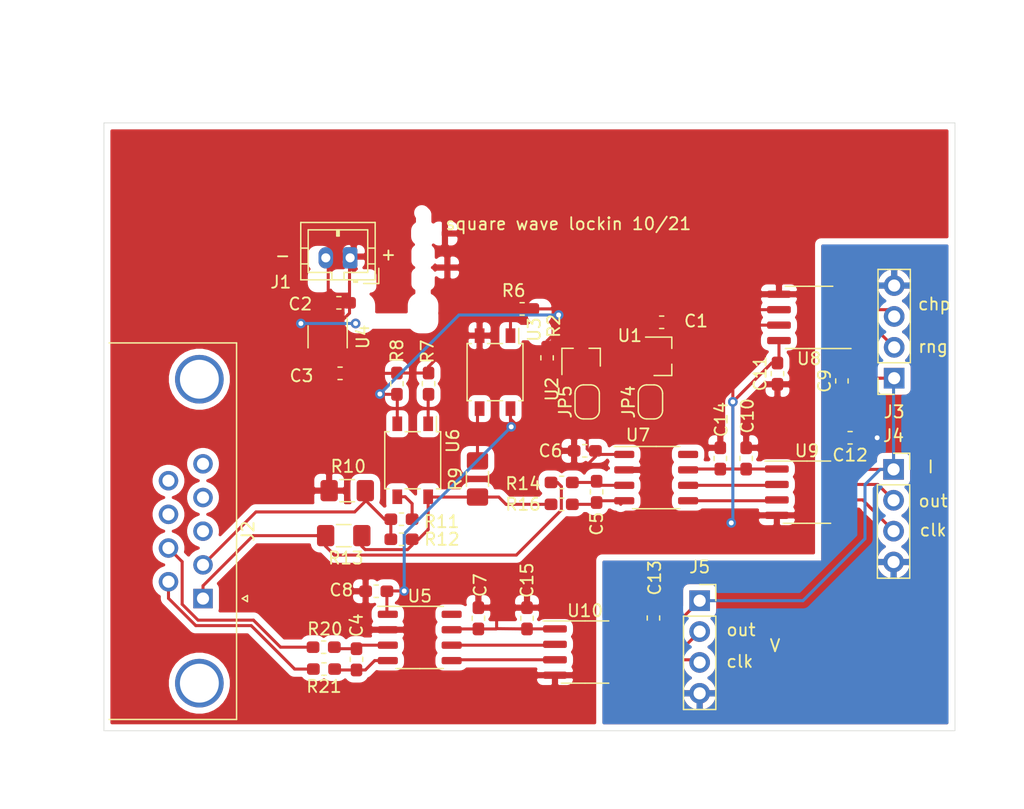
<source format=kicad_pcb>
(kicad_pcb (version 20171130) (host pcbnew "(5.1.5-0)")
  (layers (0 F.Cu signal) (31 B.Cu signal) (34 B.Paste user) (35 F.Paste user) (36 B.SilkS user) (37 F.SilkS user) (38 B.Mask user) (39 F.Mask user) (44 Edge.Cuts user))
  (net 0 "")
  (net 1 GND)
  (net 2 +3V3)
  (net 3 "Net-(C2-Pad1)")
  (net 4 "Net-(C4-Pad2)")
  (net 5 "Net-(C4-Pad1)")
  (net 6 "Net-(C5-Pad2)")
  (net 7 "Net-(C5-Pad1)")
  (net 8 "Net-(J3-Pad2)")
  (net 9 "Net-(JP4-Pad2)")
  (net 10 /vref)
  (net 11 "Net-(JP5-Pad2)")
  (net 12 "Net-(R6-Pad2)")
  (net 13 /sig)
  (net 14 "Net-(R11-Pad1)")
  (net 15 "Net-(R12-Pad1)")
  (net 16 +3.3VP)
  (net 17 "Net-(R6-Pad1)")
  (net 18 "Net-(R7-Pad1)")
  (net 19 /range_toggle)
  (net 20 /I-)
  (net 21 /I+)
  (net 22 /V+)
  (net 23 /V-)
  (net 24 "Net-(U4-Pad4)")
  (net 25 "Net-(U5-Pad8)")
  (net 26 "Net-(U10-Pad2)")
  (net 27 "Net-(U10-Pad3)")
  (net 28 "Net-(U7-Pad8)")
  (net 29 "Net-(U7-Pad6)")
  (net 30 "Net-(U7-Pad5)")
  (net 31 GNDD)
  (net 32 "Net-(J3-Pad3)")
  (net 33 "Net-(J4-Pad2)")
  (net 34 "Net-(J4-Pad3)")
  (net 35 "Net-(J5-Pad2)")
  (net 36 "Net-(J5-Pad3)")
  (net 37 "Net-(J2-Pad9)")
  (net 38 "Net-(J2-Pad8)")
  (net 39 "Net-(J2-Pad5)")
  (net 40 "Net-(J2-Pad4)")
  (net 41 "Net-(J2-Pad3)")
  (module Capacitor_SMD:C_0603_1608Metric_Pad1.05x0.95mm_HandSolder (layer F.Cu) (at 144.8 90.75 270)
    (fp_text reference C15 (at -3.125 0 270) (layer F.SilkS))
    (fp_text value 100nF)
    (pad 2 smd roundrect (at 0.875 0 270) (size 1.05 0.95) (layers F.Cu F.Paste F.Mask) (net 2 +3V3))
    (pad 1 smd roundrect (at -0.875 0 270) (size 1.05 0.95) (layers F.Cu F.Paste F.Mask) (net 1 GND))
  )
  (module Package_SO:SOP-8_3.9x4.9mm_P1.27mm (layer F.Cu) (at 135.975 92.325)
    (fp_text reference U5 (at 0 -3.4) (layer F.SilkS))
    (fp_text value HX710C)
    (pad 8 smd roundrect (at 2.625 -1.905) (size 1.65 0.6) (layers F.Cu F.Paste F.Mask) (net 25 "Net-(U5-Pad8)"))
    (pad 7 smd roundrect (at 2.625 -0.635) (size 1.65 0.6) (layers F.Cu F.Paste F.Mask) (net 2 +3V3))
    (pad 6 smd roundrect (at 2.625 0.635) (size 1.65 0.6) (layers F.Cu F.Paste F.Mask) (net 26 "Net-(U10-Pad2)"))
    (pad 5 smd roundrect (at 2.625 1.905) (size 1.65 0.6) (layers F.Cu F.Paste F.Mask) (net 27 "Net-(U10-Pad3)"))
    (pad 4 smd roundrect (at -2.625 1.905) (size 1.65 0.6) (layers F.Cu F.Paste F.Mask) (net 5 "Net-(C4-Pad1)"))
    (pad 3 smd roundrect (at -2.625 0.635) (size 1.65 0.6) (layers F.Cu F.Paste F.Mask) (net 4 "Net-(C4-Pad2)"))
    (pad 2 smd roundrect (at -2.625 -0.635) (size 1.65 0.6) (layers F.Cu F.Paste F.Mask) (net 1 GND))
    (pad 1 smd roundrect (at -2.625 -1.905) (size 1.65 0.6) (layers F.Cu F.Paste F.Mask) (net 10 /vref))
  )
  (module Capacitor_SMD:C_0603_1608Metric_Pad1.05x0.95mm_HandSolder (layer F.Cu) (at 160.7 77.6 270)
    (fp_text reference C14 (at -3.2 -0.075 90) (layer F.SilkS))
    (fp_text value 100nF)
    (pad 2 smd roundrect (at 0.875 0 270) (size 1.05 0.95) (layers F.Cu F.Paste F.Mask) (net 2 +3V3))
    (pad 1 smd roundrect (at -0.875 0 270) (size 1.05 0.95) (layers F.Cu F.Paste F.Mask) (net 1 GND))
  )
  (module Connector_Dsub:DSUB-9_Female_Horizontal_P2.77x2.84mm_EdgePinOffset4.94mm_Housed_MountingHolesOffset7.48mm (layer F.Cu) (at 118.15 89.125 270)
    (fp_text reference J2 (at -5.54 -3.7 90) (layer F.SilkS))
    (fp_text value DB9_Female)
    (pad 0 thru_hole circle (at 6.96 0.3 270) (size 4 4) (drill 3.2) (layers *.Cu *.Mask))
    (pad 0 thru_hole circle (at -18.04 0.3 270) (size 4 4) (drill 3.2) (layers *.Cu *.Mask))
    (pad 9 thru_hole circle (at -9.695 2.84 270) (size 1.6 1.6) (drill 1) (layers *.Cu *.Mask) (net 37 "Net-(J2-Pad9)"))
    (pad 8 thru_hole circle (at -6.925 2.84 270) (size 1.6 1.6) (drill 1) (layers *.Cu *.Mask) (net 38 "Net-(J2-Pad8)"))
    (pad 7 thru_hole circle (at -4.155 2.84 270) (size 1.6 1.6) (drill 1) (layers *.Cu *.Mask) (net 23 /V-))
    (pad 6 thru_hole circle (at -1.385 2.84 270) (size 1.6 1.6) (drill 1) (layers *.Cu *.Mask) (net 22 /V+))
    (pad 5 thru_hole circle (at -11.08 0 270) (size 1.6 1.6) (drill 1) (layers *.Cu *.Mask) (net 39 "Net-(J2-Pad5)"))
    (pad 4 thru_hole circle (at -8.31 0 270) (size 1.6 1.6) (drill 1) (layers *.Cu *.Mask) (net 40 "Net-(J2-Pad4)"))
    (pad 3 thru_hole circle (at -5.54 0 270) (size 1.6 1.6) (drill 1) (layers *.Cu *.Mask) (net 41 "Net-(J2-Pad3)"))
    (pad 2 thru_hole circle (at -2.77 0 270) (size 1.6 1.6) (drill 1) (layers *.Cu *.Mask) (net 20 /I-))
    (pad 1 thru_hole rect (at 0 0 270) (size 1.6 1.6) (drill 1) (layers *.Cu *.Mask) (net 21 /I+))
  )
  (module Connector_PinSocket_2.54mm:PinSocket_1x04_P2.54mm_Vertical (layer F.Cu) (at 159 89.3)
    (fp_text reference J5 (at 0 -2.77) (layer F.SilkS))
    (fp_text value Conn_01x04_Female)
    (pad 4 thru_hole oval (at 0 7.62) (size 1.7 1.7) (drill 1) (layers *.Cu *.Mask) (net 31 GNDD))
    (pad 3 thru_hole oval (at 0 5.08) (size 1.7 1.7) (drill 1) (layers *.Cu *.Mask) (net 36 "Net-(J5-Pad3)"))
    (pad 2 thru_hole oval (at 0 2.54) (size 1.7 1.7) (drill 1) (layers *.Cu *.Mask) (net 35 "Net-(J5-Pad2)"))
    (pad 1 thru_hole rect (at 0 0) (size 1.7 1.7) (drill 1) (layers *.Cu *.Mask) (net 16 +3.3VP))
  )
  (module Connector_PinSocket_2.54mm:PinSocket_1x04_P2.54mm_Vertical (layer F.Cu) (at 174.95 78.5)
    (fp_text reference J4 (at 0 -2.77) (layer F.SilkS))
    (fp_text value Conn_01x04_Female)
    (pad 4 thru_hole oval (at 0 7.62) (size 1.7 1.7) (drill 1) (layers *.Cu *.Mask) (net 31 GNDD))
    (pad 3 thru_hole oval (at 0 5.08) (size 1.7 1.7) (drill 1) (layers *.Cu *.Mask) (net 34 "Net-(J4-Pad3)"))
    (pad 2 thru_hole oval (at 0 2.54) (size 1.7 1.7) (drill 1) (layers *.Cu *.Mask) (net 33 "Net-(J4-Pad2)"))
    (pad 1 thru_hole rect (at 0 0) (size 1.7 1.7) (drill 1) (layers *.Cu *.Mask) (net 16 +3.3VP))
  )
  (module Connector_PinSocket_2.54mm:PinSocket_1x04_P2.54mm_Vertical (layer F.Cu) (at 175 71 180)
    (fp_text reference J3 (at 0 -2.77) (layer F.SilkS))
    (fp_text value Conn_01x04_Female)
    (pad 4 thru_hole oval (at 0 7.62 180) (size 1.7 1.7) (drill 1) (layers *.Cu *.Mask) (net 31 GNDD))
    (pad 3 thru_hole oval (at 0 5.08 180) (size 1.7 1.7) (drill 1) (layers *.Cu *.Mask) (net 32 "Net-(J3-Pad3)"))
    (pad 2 thru_hole oval (at 0 2.54 180) (size 1.7 1.7) (drill 1) (layers *.Cu *.Mask) (net 8 "Net-(J3-Pad2)"))
    (pad 1 thru_hole rect (at 0 0 180) (size 1.7 1.7) (drill 1) (layers *.Cu *.Mask) (net 16 +3.3VP))
  )
  (module Package_SO:SOIC-8_3.9x4.9mm_P1.27mm (layer F.Cu) (at 149.575 93.525)
    (fp_text reference U10 (at 0 -3.4) (layer F.SilkS))
    (fp_text value PI121)
    (pad 8 smd roundrect (at 2.475 -1.905) (size 1.95 0.6) (layers F.Cu F.Paste F.Mask) (net 16 +3.3VP))
    (pad 7 smd roundrect (at 2.475 -0.635) (size 1.95 0.6) (layers F.Cu F.Paste F.Mask) (net 35 "Net-(J5-Pad2)"))
    (pad 6 smd roundrect (at 2.475 0.635) (size 1.95 0.6) (layers F.Cu F.Paste F.Mask) (net 36 "Net-(J5-Pad3)"))
    (pad 5 smd roundrect (at 2.475 1.905) (size 1.95 0.6) (layers F.Cu F.Paste F.Mask) (net 31 GNDD))
    (pad 4 smd roundrect (at -2.475 1.905) (size 1.95 0.6) (layers F.Cu F.Paste F.Mask) (net 1 GND))
    (pad 3 smd roundrect (at -2.475 0.635) (size 1.95 0.6) (layers F.Cu F.Paste F.Mask) (net 27 "Net-(U10-Pad3)"))
    (pad 2 smd roundrect (at -2.475 -0.635) (size 1.95 0.6) (layers F.Cu F.Paste F.Mask) (net 26 "Net-(U10-Pad2)"))
    (pad 1 smd roundrect (at -2.475 -1.905) (size 1.95 0.6) (layers F.Cu F.Paste F.Mask) (net 2 +3V3))
  )
  (module Package_SO:SOIC-8_3.9x4.9mm_P1.27mm (layer F.Cu) (at 167.825 80.375)
    (fp_text reference U9 (at 0 -3.4) (layer F.SilkS))
    (fp_text value PI121)
    (pad 8 smd roundrect (at 2.475 -1.905) (size 1.95 0.6) (layers F.Cu F.Paste F.Mask) (net 16 +3.3VP))
    (pad 7 smd roundrect (at 2.475 -0.635) (size 1.95 0.6) (layers F.Cu F.Paste F.Mask) (net 33 "Net-(J4-Pad2)"))
    (pad 6 smd roundrect (at 2.475 0.635) (size 1.95 0.6) (layers F.Cu F.Paste F.Mask) (net 34 "Net-(J4-Pad3)"))
    (pad 5 smd roundrect (at 2.475 1.905) (size 1.95 0.6) (layers F.Cu F.Paste F.Mask) (net 31 GNDD))
    (pad 4 smd roundrect (at -2.475 1.905) (size 1.95 0.6) (layers F.Cu F.Paste F.Mask) (net 1 GND))
    (pad 3 smd roundrect (at -2.475 0.635) (size 1.95 0.6) (layers F.Cu F.Paste F.Mask) (net 30 "Net-(U7-Pad5)"))
    (pad 2 smd roundrect (at -2.475 -0.635) (size 1.95 0.6) (layers F.Cu F.Paste F.Mask) (net 29 "Net-(U7-Pad6)"))
    (pad 1 smd roundrect (at -2.475 -1.905) (size 1.95 0.6) (layers F.Cu F.Paste F.Mask) (net 2 +3V3))
  )
  (module Package_SO:SOIC-8_3.9x4.9mm_P1.27mm (layer F.Cu) (at 168 66 180)
    (fp_text reference U8 (at 0 -3.4) (layer F.SilkS))
    (fp_text value PI120)
    (pad 8 smd roundrect (at 2.475 -1.905 180) (size 1.95 0.6) (layers F.Cu F.Paste F.Mask) (net 2 +3V3))
    (pad 7 smd roundrect (at 2.475 -0.635 180) (size 1.95 0.6) (layers F.Cu F.Paste F.Mask) (net 19 /range_toggle))
    (pad 6 smd roundrect (at 2.475 0.635 180) (size 1.95 0.6) (layers F.Cu F.Paste F.Mask) (net 17 "Net-(R6-Pad1)"))
    (pad 5 smd roundrect (at 2.475 1.905 180) (size 1.95 0.6) (layers F.Cu F.Paste F.Mask) (net 1 GND))
    (pad 4 smd roundrect (at -2.475 1.905 180) (size 1.95 0.6) (layers F.Cu F.Paste F.Mask) (net 31 GNDD))
    (pad 3 smd roundrect (at -2.475 0.635 180) (size 1.95 0.6) (layers F.Cu F.Paste F.Mask) (net 32 "Net-(J3-Pad3)"))
    (pad 2 smd roundrect (at -2.475 -0.635 180) (size 1.95 0.6) (layers F.Cu F.Paste F.Mask) (net 8 "Net-(J3-Pad2)"))
    (pad 1 smd roundrect (at -2.475 -1.905 180) (size 1.95 0.6) (layers F.Cu F.Paste F.Mask) (net 16 +3.3VP))
  )
  (module Package_SO:SOP-8_3.9x4.9mm_P1.27mm (layer F.Cu) (at 155.425 79.175)
    (fp_text reference U7 (at -1.5 -3.5) (layer F.SilkS))
    (fp_text value HX710C)
    (pad 8 smd roundrect (at 2.625 -1.905) (size 1.65 0.6) (layers F.Cu F.Paste F.Mask) (net 28 "Net-(U7-Pad8)"))
    (pad 7 smd roundrect (at 2.625 -0.635) (size 1.65 0.6) (layers F.Cu F.Paste F.Mask) (net 2 +3V3))
    (pad 6 smd roundrect (at 2.625 0.635) (size 1.65 0.6) (layers F.Cu F.Paste F.Mask) (net 29 "Net-(U7-Pad6)"))
    (pad 5 smd roundrect (at 2.625 1.905) (size 1.65 0.6) (layers F.Cu F.Paste F.Mask) (net 30 "Net-(U7-Pad5)"))
    (pad 4 smd roundrect (at -2.625 1.905) (size 1.65 0.6) (layers F.Cu F.Paste F.Mask) (net 7 "Net-(C5-Pad1)"))
    (pad 3 smd roundrect (at -2.625 0.635) (size 1.65 0.6) (layers F.Cu F.Paste F.Mask) (net 6 "Net-(C5-Pad2)"))
    (pad 2 smd roundrect (at -2.625 -0.635) (size 1.65 0.6) (layers F.Cu F.Paste F.Mask) (net 1 GND))
    (pad 1 smd roundrect (at -2.625 -1.905) (size 1.65 0.6) (layers F.Cu F.Paste F.Mask) (net 10 /vref))
  )
  (module Package_SO:SO-4_4.4x4.3mm_P2.54mm (layer F.Cu) (at 135.4 77.75 270)
    (fp_text reference U6 (at -1.6 -3.3 90) (layer F.SilkS))
    (fp_text value AQW282SX)
    (pad 3 smd rect (at 3 1.27 180) (size 0.8 1.2) (layers F.Cu F.Paste F.Mask) (net 14 "Net-(R11-Pad1)"))
    (pad 2 smd rect (at -3 1.27 180) (size 0.8 1.2) (layers F.Cu F.Paste F.Mask) (net 19 /range_toggle))
    (pad 1 smd rect (at -3 -1.27 180) (size 0.8 1.2) (layers F.Cu F.Paste F.Mask) (net 18 "Net-(R7-Pad1)"))
    (pad 4 smd rect (at 3 -1.27 180) (size 0.8 1.2) (layers F.Cu F.Paste F.Mask) (net 15 "Net-(R12-Pad1)"))
  )
  (module Package_TO_SOT_SMD:SOT-23-5 (layer F.Cu) (at 128.4 67.6 270)
    (fp_text reference U4 (at 0 -2.9 90) (layer F.SilkS))
    (fp_text value LP5907MFX-3.3)
    (pad 5 smd rect (at 1.1 -0.95 270) (size 1.06 0.65) (layers F.Cu F.Paste F.Mask) (net 2 +3V3))
    (pad 4 smd rect (at 1.1 0.95 270) (size 1.06 0.65) (layers F.Cu F.Paste F.Mask) (net 24 "Net-(U4-Pad4)"))
    (pad 3 smd rect (at -1.1 0.95 270) (size 1.06 0.65) (layers F.Cu F.Paste F.Mask) (net 3 "Net-(C2-Pad1)"))
    (pad 2 smd rect (at -1.1 0 270) (size 1.06 0.65) (layers F.Cu F.Paste F.Mask) (net 1 GND))
    (pad 1 smd rect (at -1.1 -0.95 270) (size 1.06 0.65) (layers F.Cu F.Paste F.Mask) (net 3 "Net-(C2-Pad1)"))
  )
  (module Resistor_SMD:R_0603_1608Metric_Pad1.05x0.95mm_HandSolder (layer F.Cu) (at 147.65 81.375 180)
    (fp_text reference R16 (at 3.175 0) (layer F.SilkS))
    (fp_text value 100)
    (pad 2 smd roundrect (at 0.875 0 180) (size 1.05 0.95) (layers F.Cu F.Paste F.Mask) (net 15 "Net-(R12-Pad1)"))
    (pad 1 smd roundrect (at -0.875 0 180) (size 1.05 0.95) (layers F.Cu F.Paste F.Mask) (net 7 "Net-(C5-Pad1)"))
  )
  (module Resistor_SMD:R_0603_1608Metric_Pad1.05x0.95mm_HandSolder (layer F.Cu) (at 147.65 79.575 180)
    (fp_text reference R14 (at 3.175 -0.1) (layer F.SilkS))
    (fp_text value 100)
    (pad 2 smd roundrect (at 0.875 0 180) (size 1.05 0.95) (layers F.Cu F.Paste F.Mask) (net 21 /I+))
    (pad 1 smd roundrect (at -0.875 0 180) (size 1.05 0.95) (layers F.Cu F.Paste F.Mask) (net 6 "Net-(C5-Pad2)"))
  )
  (module Resistor_SMD:R_1206_3216Metric_Pad1.42x1.75mm_HandSolder (layer F.Cu) (at 129.725 83.95)
    (fp_text reference R13 (at 0.175 1.85) (layer F.SilkS))
    (fp_text value 1M_0.1%)
    (pad 2 smd roundrect (at 1.4875 0) (size 1.425 1.75) (layers F.Cu F.Paste F.Mask) (roundrect_rratio 0.175439) (net 15 "Net-(R12-Pad1)"))
    (pad 1 smd roundrect (at -1.4875 0) (size 1.425 1.75) (layers F.Cu F.Paste F.Mask) (roundrect_rratio 0.175439) (net 21 /I+))
  )
  (module Resistor_SMD:R_0603_1608Metric_Pad1.05x0.95mm_HandSolder (layer F.Cu) (at 134.475 84.25 180)
    (fp_text reference R12 (at -3.325 0) (layer F.SilkS))
    (fp_text value 22K_0.1%)
    (pad 2 smd roundrect (at 0.875 0 180) (size 1.05 0.95) (layers F.Cu F.Paste F.Mask) (net 20 /I-))
    (pad 1 smd roundrect (at -0.875 0 180) (size 1.05 0.95) (layers F.Cu F.Paste F.Mask) (net 15 "Net-(R12-Pad1)"))
  )
  (module Resistor_SMD:R_0603_1608Metric_Pad1.05x0.95mm_HandSolder (layer F.Cu) (at 134.475 82.6 180)
    (fp_text reference R11 (at -3.3 -0.2) (layer F.SilkS))
    (fp_text value 2.2K_0.1%)
    (pad 2 smd roundrect (at 0.875 0 180) (size 1.05 0.95) (layers F.Cu F.Paste F.Mask) (net 20 /I-))
    (pad 1 smd roundrect (at -0.875 0 180) (size 1.05 0.95) (layers F.Cu F.Paste F.Mask) (net 14 "Net-(R11-Pad1)"))
  )
  (module Resistor_SMD:R_1206_3216Metric_Pad1.42x1.75mm_HandSolder (layer F.Cu) (at 130.0125 80.25 180)
    (fp_text reference R10 (at -0.0875 2) (layer F.SilkS))
    (fp_text value 1M_0.1%)
    (pad 2 smd roundrect (at 1.4875 0 180) (size 1.425 1.75) (layers F.Cu F.Paste F.Mask) (roundrect_rratio 0.175439) (net 1 GND))
    (pad 1 smd roundrect (at -1.4875 0 180) (size 1.425 1.75) (layers F.Cu F.Paste F.Mask) (roundrect_rratio 0.175439) (net 20 /I-))
  )
  (module Resistor_SMD:R_1206_3216Metric_Pad1.42x1.75mm_HandSolder (layer F.Cu) (at 140.725 79.2875 90)
    (fp_text reference R9 (at 0 -1.82 90) (layer F.SilkS))
    (fp_text value 1M_0.1%)
    (pad 2 smd roundrect (at 1.4875 0 90) (size 1.425 1.75) (layers F.Cu F.Paste F.Mask) (roundrect_rratio 0.175439) (net 13 /sig))
    (pad 1 smd roundrect (at -1.4875 0 90) (size 1.425 1.75) (layers F.Cu F.Paste F.Mask) (roundrect_rratio 0.175439) (net 15 "Net-(R12-Pad1)"))
  )
  (module Resistor_SMD:R_0603_1608Metric_Pad1.05x0.95mm_HandSolder (layer F.Cu) (at 134.1 71.45 90)
    (fp_text reference R8 (at 2.7 0 90) (layer F.SilkS))
    (fp_text value 1K)
    (pad 2 smd roundrect (at 0.875 0 90) (size 1.05 0.95) (layers F.Cu F.Paste F.Mask) (net 2 +3V3))
    (pad 1 smd roundrect (at -0.875 0 90) (size 1.05 0.95) (layers F.Cu F.Paste F.Mask) (net 19 /range_toggle))
  )
  (module Resistor_SMD:R_0603_1608Metric_Pad1.05x0.95mm_HandSolder (layer F.Cu) (at 136.7 71.45 90)
    (fp_text reference R7 (at 2.65 -0.1 90) (layer F.SilkS))
    (fp_text value 1K)
    (pad 2 smd roundrect (at 0.875 0 90) (size 1.05 0.95) (layers F.Cu F.Paste F.Mask) (net 2 +3V3))
    (pad 1 smd roundrect (at -0.875 0 90) (size 1.05 0.95) (layers F.Cu F.Paste F.Mask) (net 18 "Net-(R7-Pad1)"))
  )
  (module Connector_JST:JST_PH_B2B-PH-K_1x02_P2.00mm_Vertical (layer F.Cu) (at 130.25 61.1 180)
    (fp_text reference J1 (at 5.7 -2) (layer F.SilkS))
    (fp_text value JST-B2B-PH)
    (pad 2 thru_hole oval (at 2 0 180) (size 1.2 1.75) (drill 0.75) (layers *.Cu *.Mask) (net 1 GND))
    (pad 1 thru_hole roundrect (at 0 0 180) (size 1.2 1.75) (drill 0.75) (layers *.Cu *.Mask) (roundrect_rratio 0.208333) (net 3 "Net-(C2-Pad1)"))
  )
  (module Capacitor_SMD:C_0603_1608Metric_Pad1.05x0.95mm_HandSolder (layer F.Cu) (at 155.2 90.725 270)
    (fp_text reference C13 (at -3.3 -0.1 90) (layer F.SilkS))
    (fp_text value 100nF)
    (pad 2 smd roundrect (at 0.875 0 270) (size 1.05 0.95) (layers F.Cu F.Paste F.Mask) (net 16 +3.3VP))
    (pad 1 smd roundrect (at -0.875 0 270) (size 1.05 0.95) (layers F.Cu F.Paste F.Mask) (net 31 GNDD))
  )
  (module Capacitor_SMD:C_0603_1608Metric_Pad1.05x0.95mm_HandSolder (layer F.Cu) (at 171.375 75.9 180)
    (fp_text reference C12 (at 0 -1.43) (layer F.SilkS))
    (fp_text value 100nF)
    (pad 2 smd roundrect (at 0.875 0 180) (size 1.05 0.95) (layers F.Cu F.Paste F.Mask) (net 16 +3.3VP))
    (pad 1 smd roundrect (at -0.875 0 180) (size 1.05 0.95) (layers F.Cu F.Paste F.Mask) (net 31 GNDD))
  )
  (module Capacitor_SMD:C_0603_1608Metric_Pad1.05x0.95mm_HandSolder (layer F.Cu) (at 165.4 70.625 90)
    (fp_text reference C11 (at 0 -1.43 90) (layer F.SilkS))
    (fp_text value 100nF)
    (pad 2 smd roundrect (at 0.875 0 90) (size 1.05 0.95) (layers F.Cu F.Paste F.Mask) (net 2 +3V3))
    (pad 1 smd roundrect (at -0.875 0 90) (size 1.05 0.95) (layers F.Cu F.Paste F.Mask) (net 1 GND))
  )
  (module Capacitor_SMD:C_0603_1608Metric_Pad1.05x0.95mm_HandSolder (layer F.Cu) (at 162.825 77.6 270)
    (fp_text reference C10 (at -3.5 -0.1 90) (layer F.SilkS))
    (fp_text value 100nF)
    (pad 2 smd roundrect (at 0.875 0 270) (size 1.05 0.95) (layers F.Cu F.Paste F.Mask) (net 2 +3V3))
    (pad 1 smd roundrect (at -0.875 0 270) (size 1.05 0.95) (layers F.Cu F.Paste F.Mask) (net 1 GND))
  )
  (module Capacitor_SMD:C_0603_1608Metric_Pad1.05x0.95mm_HandSolder (layer F.Cu) (at 170.7 71.225 90)
    (fp_text reference C9 (at 0 -1.43 90) (layer F.SilkS))
    (fp_text value 100nF)
    (pad 2 smd roundrect (at 0.875 0 90) (size 1.05 0.95) (layers F.Cu F.Paste F.Mask) (net 16 +3.3VP))
    (pad 1 smd roundrect (at -0.875 0 90) (size 1.05 0.95) (layers F.Cu F.Paste F.Mask) (net 31 GNDD))
  )
  (module Capacitor_SMD:C_0603_1608Metric_Pad1.05x0.95mm_HandSolder (layer F.Cu) (at 132.4 88.525 180)
    (fp_text reference C8 (at 2.875 0.1) (layer F.SilkS))
    (fp_text value 100nF)
    (pad 2 smd roundrect (at 0.875 0 180) (size 1.05 0.95) (layers F.Cu F.Paste F.Mask) (net 1 GND))
    (pad 1 smd roundrect (at -0.875 0 180) (size 1.05 0.95) (layers F.Cu F.Paste F.Mask) (net 10 /vref))
  )
  (module Capacitor_SMD:C_0603_1608Metric_Pad1.05x0.95mm_HandSolder (layer F.Cu) (at 149.55 76.975 180)
    (fp_text reference C6 (at 2.825 0) (layer F.SilkS))
    (fp_text value 100nF)
    (pad 2 smd roundrect (at 0.875 0 180) (size 1.05 0.95) (layers F.Cu F.Paste F.Mask) (net 1 GND))
    (pad 1 smd roundrect (at -0.875 0 180) (size 1.05 0.95) (layers F.Cu F.Paste F.Mask) (net 10 /vref))
  )
  (module Capacitor_SMD:C_0603_1608Metric_Pad1.05x0.95mm_HandSolder (layer F.Cu) (at 150.525 80.35 90)
    (fp_text reference C5 (at -2.625 0 90) (layer F.SilkS))
    (fp_text value 100nF)
    (pad 2 smd roundrect (at 0.875 0 90) (size 1.05 0.95) (layers F.Cu F.Paste F.Mask) (net 6 "Net-(C5-Pad2)"))
    (pad 1 smd roundrect (at -0.875 0 90) (size 1.05 0.95) (layers F.Cu F.Paste F.Mask) (net 7 "Net-(C5-Pad1)"))
  )
  (module Capacitor_SMD:C_0603_1608Metric_Pad1.05x0.95mm_HandSolder (layer F.Cu) (at 129.425 70.6 180)
    (fp_text reference C3 (at 3.175 -0.2) (layer F.SilkS))
    (fp_text value 1uF)
    (pad 2 smd roundrect (at 0.875 0 180) (size 1.05 0.95) (layers F.Cu F.Paste F.Mask) (net 1 GND))
    (pad 1 smd roundrect (at -0.875 0 180) (size 1.05 0.95) (layers F.Cu F.Paste F.Mask) (net 2 +3V3))
  )
  (module Capacitor_SMD:C_0603_1608Metric_Pad1.05x0.95mm_HandSolder (layer F.Cu) (at 129.325 64.8 180)
    (fp_text reference C2 (at 3.175 -0.1) (layer F.SilkS))
    (fp_text value 1uF)
    (pad 2 smd roundrect (at 0.875 0 180) (size 1.05 0.95) (layers F.Cu F.Paste F.Mask) (net 1 GND))
    (pad 1 smd roundrect (at -0.875 0 180) (size 1.05 0.95) (layers F.Cu F.Paste F.Mask) (net 3 "Net-(C2-Pad1)"))
  )
  (module Package_SO:SO-4_4.4x4.3mm_P2.54mm (layer F.Cu) (at 142.17 70.5 270)
    (fp_text reference U3 (at -3.5 -3.23 90) (layer F.SilkS))
    (fp_text value AQW282SX)
    (pad 3 smd rect (at 3 1.27 180) (size 0.8 1.2) (layers F.Cu F.Paste F.Mask) (net 13 /sig))
    (pad 2 smd rect (at -3 1.27 180) (size 0.8 1.2) (layers F.Cu F.Paste F.Mask) (net 1 GND))
    (pad 1 smd rect (at -3 -1.27 180) (size 0.8 1.2) (layers F.Cu F.Paste F.Mask) (net 12 "Net-(R6-Pad2)"))
    (pad 4 smd rect (at 3 -1.27 180) (size 0.8 1.2) (layers F.Cu F.Paste F.Mask) (net 10 /vref))
  )
  (module Package_TO_SOT_SMD:SOT-23 (layer F.Cu) (at 149.25 69.3 90)
    (fp_text reference U2 (at -2.6 -2.4 90) (layer F.SilkS))
    (fp_text value TL431DBZ)
    (pad 3 smd rect (at 1 0 90) (size 0.9 0.8) (layers F.Cu F.Paste F.Mask) (net 1 GND))
    (pad 2 smd rect (at -1 0.95 90) (size 0.9 0.8) (layers F.Cu F.Paste F.Mask) (net 11 "Net-(JP5-Pad2)"))
    (pad 1 smd rect (at -1 -0.95 90) (size 0.9 0.8) (layers F.Cu F.Paste F.Mask) (net 11 "Net-(JP5-Pad2)"))
  )
  (module Package_TO_SOT_SMD:SOT-23 (layer F.Cu) (at 155.95 69.2)
    (fp_text reference U1 (at -2.7 -1.7) (layer F.SilkS))
    (fp_text value REF3020)
    (pad 3 smd rect (at 1 0) (size 0.9 0.8) (layers F.Cu F.Paste F.Mask) (net 1 GND))
    (pad 2 smd rect (at -1 0.95) (size 0.9 0.8) (layers F.Cu F.Paste F.Mask) (net 9 "Net-(JP4-Pad2)"))
    (pad 1 smd rect (at -1 -0.95) (size 0.9 0.8) (layers F.Cu F.Paste F.Mask) (net 2 +3V3))
  )
  (module Resistor_SMD:R_0603_1608Metric_Pad1.05x0.95mm_HandSolder (layer F.Cu) (at 128.1 94.925 180)
    (fp_text reference R21 (at 0 -1.43) (layer F.SilkS))
    (fp_text value 100)
    (pad 2 smd roundrect (at 0.875 0 180) (size 1.05 0.95) (layers F.Cu F.Paste F.Mask) (net 22 /V+))
    (pad 1 smd roundrect (at -0.875 0 180) (size 1.05 0.95) (layers F.Cu F.Paste F.Mask) (net 5 "Net-(C4-Pad1)"))
  )
  (module Resistor_SMD:R_0603_1608Metric_Pad1.05x0.95mm_HandSolder (layer F.Cu) (at 128.075 93.125 180)
    (fp_text reference R20 (at -0.1 1.5) (layer F.SilkS))
    (fp_text value 100)
    (pad 2 smd roundrect (at 0.875 0 180) (size 1.05 0.95) (layers F.Cu F.Paste F.Mask) (net 23 /V-))
    (pad 1 smd roundrect (at -0.875 0 180) (size 1.05 0.95) (layers F.Cu F.Paste F.Mask) (net 4 "Net-(C4-Pad2)"))
  )
  (module Resistor_SMD:R_0603_1608Metric_Pad1.05x0.95mm_HandSolder (layer F.Cu) (at 144.4 65.3 180)
    (fp_text reference R6 (at 0.7 1.5) (layer F.SilkS))
    (fp_text value 1K)
    (pad 2 smd roundrect (at 0.875 0 180) (size 1.05 0.95) (layers F.Cu F.Paste F.Mask) (net 12 "Net-(R6-Pad2)"))
    (pad 1 smd roundrect (at -0.875 0 180) (size 1.05 0.95) (layers F.Cu F.Paste F.Mask) (net 17 "Net-(R6-Pad1)"))
  )
  (module Resistor_SMD:R_0603_1608Metric_Pad1.05x0.95mm_HandSolder (layer F.Cu) (at 146.45 69.325 90)
    (fp_text reference R2 (at 2.625 0.55 90) (layer F.SilkS))
    (fp_text value 300)
    (pad 2 smd roundrect (at 0.875 0 90) (size 1.05 0.95) (layers F.Cu F.Paste F.Mask) (net 2 +3V3))
    (pad 1 smd roundrect (at -0.875 0 90) (size 1.05 0.95) (layers F.Cu F.Paste F.Mask) (net 11 "Net-(JP5-Pad2)"))
  )
  (module Jumper:SolderJumper-2_P1.3mm_Open_RoundedPad1.0x1.5mm (layer F.Cu) (at 149.75 72.95 90)
    (fp_text reference JP5 (at 0 -1.8 90) (layer F.SilkS))
    (fp_text value NO)
    (pad 2 smd custom (at 0.65 0 90) (size 1 0.5) (layers F.Cu F.Mask) (net 11 "Net-(JP5-Pad2)") (options (clearance outline) (anchor rect)) (primitives (gr_circle (center 0 0.25) (end 0.5 0.25) (width 0)) (gr_circle (center 0 -0.25) (end 0.5 -0.25) (width 0)) (gr_poly (pts (xy 0 -0.75) (xy -0.5 -0.75) (xy -0.5 0.75) (xy 0 0.75)) (width 0))))
    (pad 1 smd custom (at -0.65 0 90) (size 1 0.5) (layers F.Cu F.Mask) (net 10 /vref) (options (clearance outline) (anchor rect)) (primitives (gr_circle (center 0 0.25) (end 0.5 0.25) (width 0)) (gr_circle (center 0 -0.25) (end 0.5 -0.25) (width 0)) (gr_poly (pts (xy 0 -0.75) (xy 0.5 -0.75) (xy 0.5 0.75) (xy 0 0.75)) (width 0))))
  )
  (module Jumper:SolderJumper-2_P1.3mm_Open_RoundedPad1.0x1.5mm (layer F.Cu) (at 154.95 72.95 90)
    (fp_text reference JP4 (at 0 -1.8 90) (layer F.SilkS))
    (fp_text value NO)
    (pad 2 smd custom (at 0.65 0 90) (size 1 0.5) (layers F.Cu F.Mask) (net 9 "Net-(JP4-Pad2)") (options (clearance outline) (anchor rect)) (primitives (gr_circle (center 0 0.25) (end 0.5 0.25) (width 0)) (gr_circle (center 0 -0.25) (end 0.5 -0.25) (width 0)) (gr_poly (pts (xy 0 -0.75) (xy -0.5 -0.75) (xy -0.5 0.75) (xy 0 0.75)) (width 0))))
    (pad 1 smd custom (at -0.65 0 90) (size 1 0.5) (layers F.Cu F.Mask) (net 10 /vref) (options (clearance outline) (anchor rect)) (primitives (gr_circle (center 0 0.25) (end 0.5 0.25) (width 0)) (gr_circle (center 0 -0.25) (end 0.5 -0.25) (width 0)) (gr_poly (pts (xy 0 -0.75) (xy 0.5 -0.75) (xy 0.5 0.75) (xy 0 0.75)) (width 0))))
  )
  (module Capacitor_SMD:C_0603_1608Metric_Pad1.05x0.95mm_HandSolder (layer F.Cu) (at 140.8 90.75 270)
    (fp_text reference C7 (at -2.725 -0.15 90) (layer F.SilkS))
    (fp_text value 100nF)
    (pad 2 smd roundrect (at 0.875 0 270) (size 1.05 0.95) (layers F.Cu F.Paste F.Mask) (net 2 +3V3))
    (pad 1 smd roundrect (at -0.875 0 270) (size 1.05 0.95) (layers F.Cu F.Paste F.Mask) (net 1 GND))
  )
  (module Capacitor_SMD:C_0603_1608Metric_Pad1.05x0.95mm_HandSolder (layer F.Cu) (at 130.775 94.125 90)
    (fp_text reference C4 (at 2.8 0 90) (layer F.SilkS))
    (fp_text value 100nF)
    (pad 2 smd roundrect (at 0.875 0 90) (size 1.05 0.95) (layers F.Cu F.Paste F.Mask) (net 4 "Net-(C4-Pad2)"))
    (pad 1 smd roundrect (at -0.875 0 90) (size 1.05 0.95) (layers F.Cu F.Paste F.Mask) (net 5 "Net-(C4-Pad1)"))
  )
  (module Capacitor_SMD:C_0603_1608Metric_Pad1.05x0.95mm_HandSolder (layer F.Cu) (at 155.875 66.4)
    (fp_text reference C1 (at 2.825 -0.1) (layer F.SilkS))
    (fp_text value 470nF)
    (pad 2 smd roundrect (at 0.875 0) (size 1.05 0.95) (layers F.Cu F.Paste F.Mask) (net 1 GND))
    (pad 1 smd roundrect (at -0.875 0) (size 1.05 0.95) (layers F.Cu F.Paste F.Mask) (net 2 +3V3))
  )
  (gr_text "square wave lockin 10/21" (at 148.2 58.3) (layer F.SilkS) (effects (font (size 1 1))))
  (gr_text - (at 124.7 60.9) (layer F.SilkS) (effects (font (size 1 1))))
  (gr_text + (at 133.4 60.8) (layer F.SilkS) (effects (font (size 1 1))))
  (gr_text I (at 178 78.3) (layer F.SilkS) (effects (font (size 1 1))))
  (gr_text V (at 165.2 93) (layer F.SilkS) (effects (font (size 1 1))))
  (gr_text clk (at 162.3 94.3) (layer F.SilkS) (effects (font (size 1 1))))
  (gr_text out (at 162.4 91.7) (layer F.SilkS) (effects (font (size 1 1))))
  (gr_text clk (at 178.2 83.5) (layer F.SilkS) (effects (font (size 1 1))))
  (gr_text out (at 178.2 81.1) (layer F.SilkS) (effects (font (size 1 1))))
  (gr_text rng (at 178.2 68.4) (layer F.SilkS) (effects (font (size 1 1))))
  (gr_text "chp\n" (at 178.3 64.9) (layer F.SilkS) (effects (font (size 1 1))))
  (gr_line (start 110 100) (end 110 50) (layer Edge.Cuts) (width 0.05))
  (gr_line (start 180 100) (end 110 100) (layer Edge.Cuts) (width 0.05))
  (gr_line (start 180 50) (end 180 100) (layer Edge.Cuts) (width 0.05))
  (gr_line (start 110 50) (end 180 50) (layer Edge.Cuts) (width 0.05))
  (segment (start 128.45 70.5) (end 128.55 70.6) (width 0.25) (layer F.Cu) (net 1))
  (segment (start 128.45 64.8) (end 128.45 70.5) (width 0.25) (layer F.Cu) (net 1))
  (segment (start 128.45 61.3) (end 128.25 61.1) (width 0.25) (layer F.Cu) (net 1))
  (segment (start 128.45 64.8) (end 128.45 61.3) (width 0.25) (layer F.Cu) (net 1))
  (segment (start 138.665 91.625) (end 138.6 91.69) (width 0.25) (layer F.Cu) (net 2))
  (segment (start 142.225 91.625) (end 138.665 91.625) (width 0.25) (layer F.Cu) (net 2))
  (segment (start 154.95 66.45) (end 155 66.4) (width 0.25) (layer F.Cu) (net 2))
  (segment (start 155 66.4) (end 155 64.85) (width 0.25) (layer F.Cu) (net 2))
  (segment (start 144.28 91.62) (end 144.275 91.625) (width 0.25) (layer F.Cu) (net 2))
  (segment (start 147.1 91.62) (end 144.28 91.62) (width 0.25) (layer F.Cu) (net 2))
  (segment (start 158.12 78.47) (end 158.05 78.54) (width 0.25) (layer F.Cu) (net 2))
  (segment (start 142.23 91.62) (end 142.225 91.625) (width 0.25) (layer F.Cu) (net 2))
  (segment (start 161.73 78.47) (end 161.7 78.5) (width 0.25) (layer F.Cu) (net 2))
  (segment (start 165.35 78.47) (end 161.73 78.47) (width 0.25) (layer F.Cu) (net 2))
  (segment (start 161.73 78.47) (end 158.12 78.47) (width 0.25) (layer F.Cu) (net 2))
  (segment (start 165.525 69.625) (end 165.4 69.75) (width 0.25) (layer F.Cu) (net 2))
  (segment (start 165.525 67.905) (end 165.525 69.625) (width 0.25) (layer F.Cu) (net 2))
  (segment (start 161.73 72.945) (end 161.73 78.47) (width 0.25) (layer F.Cu) (net 2))
  (segment (start 164.925 69.75) (end 161.73 72.945) (width 0.25) (layer F.Cu) (net 2))
  (segment (start 165.4 69.75) (end 164.925 69.75) (width 0.25) (layer F.Cu) (net 2))
  (segment (start 136.7 70.575) (end 134.1 70.575) (width 0.25) (layer F.Cu) (net 2))
  (segment (start 161.73 72.945) (end 161.73 68.93) (width 0.25) (layer F.Cu) (net 2))
  (segment (start 158.39999 65.59999) (end 156.20001 65.59999) (width 0.25) (layer F.Cu) (net 2))
  (segment (start 156.20001 65.59999) (end 154.95 66.85) (width 0.25) (layer F.Cu) (net 2))
  (segment (start 161.73 68.93) (end 158.39999 65.59999) (width 0.25) (layer F.Cu) (net 2))
  (segment (start 154.95 66.85) (end 154.95 66.45) (width 0.25) (layer F.Cu) (net 2))
  (segment (start 154.95 68.25) (end 154.95 66.85) (width 0.25) (layer F.Cu) (net 2))
  (segment (start 154.475 66.4) (end 155 66.4) (width 0.25) (layer F.Cu) (net 2))
  (segment (start 147.975 66.4) (end 154.475 66.4) (width 0.25) (layer F.Cu) (net 2))
  (segment (start 146.45 67.925) (end 147.975 66.4) (width 0.25) (layer F.Cu) (net 2))
  (segment (start 146.45 68.45) (end 146.45 67.925) (width 0.25) (layer F.Cu) (net 2))
  (segment (start 136.7 70.05) (end 137.45 69.3) (width 0.25) (layer F.Cu) (net 2))
  (segment (start 136.7 70.575) (end 136.7 70.05) (width 0.25) (layer F.Cu) (net 2))
  (segment (start 137.45 69.3) (end 145 69.3) (width 0.25) (layer F.Cu) (net 2))
  (segment (start 145.85 68.45) (end 146.45 68.45) (width 0.25) (layer F.Cu) (net 2))
  (segment (start 145 69.3) (end 145.85 68.45) (width 0.25) (layer F.Cu) (net 2))
  (segment (start 134.075 70.6) (end 134.1 70.575) (width 0.25) (layer F.Cu) (net 2))
  (segment (start 130.3 70.6) (end 134.075 70.6) (width 0.25) (layer F.Cu) (net 2))
  (segment (start 129.35 69.65) (end 130.3 70.6) (width 0.25) (layer F.Cu) (net 2))
  (segment (start 129.35 68.7) (end 129.35 69.65) (width 0.25) (layer F.Cu) (net 2))
  (via (at 161.73 72.945) (size 0.8) (drill 0.4) (layers F.Cu B.Cu) (net 2))
  (via (at 161.6 82.9) (size 0.8) (drill 0.4) (layers F.Cu B.Cu) (net 2))
  (segment (start 161.73 82.77) (end 161.6 82.9) (width 0.25) (layer B.Cu) (net 2))
  (segment (start 161.73 72.945) (end 161.73 82.77) (width 0.25) (layer B.Cu) (net 2))
  (segment (start 161.6 82.9) (end 160.5 84) (width 0.25) (layer F.Cu) (net 2))
  (segment (start 160.5 84) (end 146.9 84) (width 0.25) (layer F.Cu) (net 2))
  (segment (start 142.3 88.6) (end 142.3 91.6) (width 0.25) (layer F.Cu) (net 2))
  (segment (start 146.9 84) (end 142.3 88.6) (width 0.25) (layer F.Cu) (net 2))
  (segment (start 142.3 91.6) (end 142.23 91.62) (width 0.25) (layer F.Cu) (net 2))
  (segment (start 144.28 91.62) (end 142.3 91.6) (width 0.25) (layer F.Cu) (net 2))
  (segment (start 130.2 65.65) (end 129.35 66.5) (width 0.25) (layer F.Cu) (net 3))
  (segment (start 130.2 64.8) (end 130.2 65.65) (width 0.25) (layer F.Cu) (net 3))
  (segment (start 130.2 61.15) (end 130.25 61.1) (width 0.25) (layer F.Cu) (net 3))
  (segment (start 130.2 64.8) (end 130.2 61.15) (width 0.25) (layer F.Cu) (net 3))
  (via (at 126.2 66.5) (size 0.8) (drill 0.4) (layers F.Cu B.Cu) (net 3))
  (segment (start 127.45 66.5) (end 126.2 66.5) (width 0.25) (layer F.Cu) (net 3))
  (via (at 130.7 66.5) (size 0.8) (drill 0.4) (layers F.Cu B.Cu) (net 3))
  (segment (start 130.8 66.5) (end 130.7 66.5) (width 0.25) (layer B.Cu) (net 3))
  (segment (start 126.2 66.5) (end 130.7 66.5) (width 0.25) (layer B.Cu) (net 3))
  (segment (start 129.35 66.5) (end 130.7 66.5) (width 0.25) (layer F.Cu) (net 3))
  (segment (start 131.065 92.96) (end 130.775 93.25) (width 0.25) (layer F.Cu) (net 4))
  (segment (start 133.35 92.96) (end 131.065 92.96) (width 0.25) (layer F.Cu) (net 4))
  (segment (start 129.075 93.25) (end 128.95 93.125) (width 0.25) (layer F.Cu) (net 4))
  (segment (start 130.775 93.25) (end 129.075 93.25) (width 0.25) (layer F.Cu) (net 4))
  (segment (start 133.35 94.23) (end 132.27 94.23) (width 0.25) (layer F.Cu) (net 5))
  (segment (start 131.5 95) (end 130.775 95) (width 0.25) (layer F.Cu) (net 5))
  (segment (start 132.27 94.23) (end 131.5 95) (width 0.25) (layer F.Cu) (net 5))
  (segment (start 129.05 95) (end 128.975 94.925) (width 0.25) (layer F.Cu) (net 5))
  (segment (start 130.775 95) (end 129.05 95) (width 0.25) (layer F.Cu) (net 5))
  (segment (start 150.425 79.575) (end 150.525 79.475) (width 0.25) (layer F.Cu) (net 6))
  (segment (start 148.525 79.575) (end 150.425 79.575) (width 0.25) (layer F.Cu) (net 6))
  (segment (start 150.86 79.81) (end 150.525 79.475) (width 0.25) (layer F.Cu) (net 6))
  (segment (start 152.8 79.81) (end 150.86 79.81) (width 0.25) (layer F.Cu) (net 6))
  (segment (start 152.505 81.375) (end 152.8 81.08) (width 0.25) (layer F.Cu) (net 7))
  (segment (start 150.525 81.225) (end 150.575 81.225) (width 0.25) (layer F.Cu) (net 7))
  (segment (start 150.72 81.08) (end 152.8 81.08) (width 0.25) (layer F.Cu) (net 7))
  (segment (start 150.575 81.225) (end 150.72 81.08) (width 0.25) (layer F.Cu) (net 7))
  (segment (start 150.375 81.375) (end 150.525 81.225) (width 0.25) (layer F.Cu) (net 7))
  (segment (start 148.525 81.375) (end 150.375 81.375) (width 0.25) (layer F.Cu) (net 7))
  (segment (start 173.175 66.635) (end 175 68.46) (width 0.25) (layer F.Cu) (net 8))
  (segment (start 170.475 66.635) (end 173.175 66.635) (width 0.25) (layer F.Cu) (net 8))
  (segment (start 154.95 70.15) (end 154.95 72.3) (width 0.25) (layer F.Cu) (net 9))
  (segment (start 155.05 73.5) (end 154.95 73.6) (width 0.25) (layer F.Cu) (net 10))
  (segment (start 154.95 73.6) (end 149.75 73.6) (width 0.25) (layer F.Cu) (net 10))
  (segment (start 133.345 90.425) (end 133.35 90.42) (width 0.25) (layer F.Cu) (net 10))
  (segment (start 133.275 90.345) (end 133.35 90.42) (width 0.25) (layer F.Cu) (net 10))
  (segment (start 133.275 88.525) (end 133.275 90.345) (width 0.25) (layer F.Cu) (net 10))
  (segment (start 150.72 77.27) (end 150.425 76.975) (width 0.25) (layer F.Cu) (net 10))
  (segment (start 152.8 77.27) (end 150.72 77.27) (width 0.25) (layer F.Cu) (net 10))
  (segment (start 143.44 74.35) (end 147.29 78.2) (width 0.25) (layer F.Cu) (net 10))
  (segment (start 143.44 73.5) (end 143.44 74.35) (width 0.25) (layer F.Cu) (net 10))
  (segment (start 150.425 77.45) (end 150.425 76.975) (width 0.25) (layer F.Cu) (net 10))
  (segment (start 149.675 78.2) (end 150.425 77.45) (width 0.25) (layer F.Cu) (net 10))
  (segment (start 147.29 78.2) (end 149.675 78.2) (width 0.25) (layer F.Cu) (net 10))
  (segment (start 149.9 76.975) (end 150.425 76.975) (width 0.25) (layer F.Cu) (net 10))
  (segment (start 149.75 76.825) (end 149.9 76.975) (width 0.25) (layer F.Cu) (net 10))
  (segment (start 149.75 73.6) (end 149.75 76.825) (width 0.25) (layer F.Cu) (net 10))
  (via (at 143.5 75) (size 0.8) (drill 0.4) (layers F.Cu B.Cu) (net 10))
  (segment (start 143.44 74.94) (end 143.5 75) (width 0.25) (layer F.Cu) (net 10))
  (segment (start 143.44 73.5) (end 143.44 74.94) (width 0.25) (layer F.Cu) (net 10))
  (segment (start 134.7 83.8) (end 134.7 88.5) (width 0.25) (layer B.Cu) (net 10))
  (via (at 134.7 88.5) (size 0.8) (drill 0.4) (layers F.Cu B.Cu) (net 10))
  (segment (start 143.5 75) (end 134.7 83.8) (width 0.25) (layer B.Cu) (net 10))
  (segment (start 133.3 88.5) (end 133.275 88.525) (width 0.25) (layer F.Cu) (net 10))
  (segment (start 134.7 88.5) (end 133.3 88.5) (width 0.25) (layer F.Cu) (net 10))
  (segment (start 149.75 70.75) (end 150.2 70.3) (width 0.25) (layer F.Cu) (net 11))
  (segment (start 149.75 72.3) (end 149.75 70.75) (width 0.25) (layer F.Cu) (net 11))
  (segment (start 146.55 70.3) (end 146.45 70.2) (width 0.25) (layer F.Cu) (net 11))
  (segment (start 150.2 70.3) (end 146.55 70.3) (width 0.25) (layer F.Cu) (net 11))
  (segment (start 143.689999 67.250001) (end 143.44 67.5) (width 0.25) (layer F.Cu) (net 12))
  (segment (start 143.44 65.385) (end 143.525 65.3) (width 0.25) (layer F.Cu) (net 12))
  (segment (start 143.44 67.5) (end 143.44 65.385) (width 0.25) (layer F.Cu) (net 12))
  (segment (start 140.725 73.675) (end 140.9 73.5) (width 0.25) (layer F.Cu) (net 13))
  (segment (start 140.725 77.8) (end 140.725 73.675) (width 0.25) (layer F.Cu) (net 13))
  (segment (start 135.35 82.125) (end 135.35 82.6) (width 0.25) (layer F.Cu) (net 14))
  (segment (start 135.35 81.32) (end 135.35 82.125) (width 0.25) (layer F.Cu) (net 14))
  (segment (start 134.78 80.75) (end 135.35 81.32) (width 0.25) (layer F.Cu) (net 14))
  (segment (start 134.13 80.75) (end 134.78 80.75) (width 0.25) (layer F.Cu) (net 14))
  (segment (start 140.725 80.775) (end 142.475 80.775) (width 0.25) (layer F.Cu) (net 15))
  (segment (start 143.075 81.375) (end 146.775 81.375) (width 0.25) (layer F.Cu) (net 15))
  (segment (start 142.475 80.775) (end 143.075 81.375) (width 0.25) (layer F.Cu) (net 15))
  (segment (start 136.695 80.775) (end 136.67 80.75) (width 0.25) (layer F.Cu) (net 15))
  (segment (start 140.725 80.775) (end 136.695 80.775) (width 0.25) (layer F.Cu) (net 15))
  (segment (start 136.67 83.455) (end 135.875 84.25) (width 0.25) (layer F.Cu) (net 15))
  (segment (start 135.875 84.25) (end 135.35 84.25) (width 0.25) (layer F.Cu) (net 15))
  (segment (start 136.67 80.75) (end 136.67 83.455) (width 0.25) (layer F.Cu) (net 15))
  (segment (start 131.2125 84.825) (end 131.4875 85.1) (width 0.25) (layer F.Cu) (net 15))
  (segment (start 131.2125 83.95) (end 131.2125 84.825) (width 0.25) (layer F.Cu) (net 15))
  (segment (start 135.35 84.725) (end 135.35 84.25) (width 0.25) (layer F.Cu) (net 15))
  (segment (start 134.975 85.1) (end 135.35 84.725) (width 0.25) (layer F.Cu) (net 15))
  (segment (start 131.4875 85.1) (end 134.975 85.1) (width 0.25) (layer F.Cu) (net 15))
  (segment (start 155.18 91.62) (end 155.2 91.6) (width 0.25) (layer F.Cu) (net 16))
  (segment (start 152.05 91.62) (end 155.18 91.62) (width 0.25) (layer F.Cu) (net 16))
  (segment (start 156.7 91.6) (end 159 89.3) (width 0.25) (layer F.Cu) (net 16))
  (segment (start 155.2 91.6) (end 156.7 91.6) (width 0.25) (layer F.Cu) (net 16))
  (segment (start 170.33 78.5) (end 170.3 78.47) (width 0.25) (layer F.Cu) (net 16))
  (segment (start 174.95 78.5) (end 170.33 78.5) (width 0.25) (layer F.Cu) (net 16))
  (segment (start 170.5 78.27) (end 170.3 78.47) (width 0.25) (layer F.Cu) (net 16))
  (segment (start 170.5 75.9) (end 170.5 78.27) (width 0.25) (layer F.Cu) (net 16))
  (segment (start 173.9 71) (end 175 71) (width 0.25) (layer F.Cu) (net 16))
  (segment (start 170.475 68.205) (end 173.27 71) (width 0.25) (layer F.Cu) (net 16))
  (segment (start 173.27 71) (end 173.9 71) (width 0.25) (layer F.Cu) (net 16))
  (segment (start 170.475 67.905) (end 170.475 68.205) (width 0.25) (layer F.Cu) (net 16))
  (segment (start 170.7 68.13) (end 170.475 67.905) (width 0.25) (layer F.Cu) (net 16))
  (segment (start 170.7 70.325) (end 170.7 68.13) (width 0.25) (layer F.Cu) (net 16))
  (segment (start 175 78.45) (end 174.95 78.5) (width 0.25) (layer F.Cu) (net 16))
  (segment (start 174.95 71.05) (end 175 71) (width 0.25) (layer B.Cu) (net 16))
  (segment (start 174.95 78.5) (end 174.95 71.05) (width 0.25) (layer B.Cu) (net 16))
  (segment (start 173.85 78.5) (end 172.6 79.75) (width 0.25) (layer B.Cu) (net 16))
  (segment (start 174.95 78.5) (end 173.85 78.5) (width 0.25) (layer B.Cu) (net 16))
  (segment (start 172.6 79.75) (end 172.6 84.2) (width 0.25) (layer B.Cu) (net 16))
  (segment (start 167.5 89.3) (end 159 89.3) (width 0.25) (layer B.Cu) (net 16))
  (segment (start 172.6 84.2) (end 167.5 89.3) (width 0.25) (layer B.Cu) (net 16))
  (segment (start 159.08639 63.94998) (end 148.15002 63.94998) (width 0.25) (layer F.Cu) (net 17))
  (segment (start 160.50141 65.365) (end 159.08639 63.94998) (width 0.25) (layer F.Cu) (net 17))
  (segment (start 165.525 65.365) (end 160.50141 65.365) (width 0.25) (layer F.Cu) (net 17))
  (segment (start 146.8 65.3) (end 145.275 65.3) (width 0.25) (layer F.Cu) (net 17))
  (segment (start 148.15002 63.94998) (end 146.8 65.3) (width 0.25) (layer F.Cu) (net 17))
  (segment (start 136.67 72.355) (end 136.7 72.325) (width 0.25) (layer F.Cu) (net 18))
  (segment (start 136.67 74.75) (end 136.67 72.355) (width 0.25) (layer F.Cu) (net 18))
  (segment (start 134.13 72.355) (end 134.1 72.325) (width 0.25) (layer F.Cu) (net 19))
  (segment (start 134.13 74.75) (end 134.13 72.355) (width 0.25) (layer F.Cu) (net 19))
  (segment (start 147.965685 65.8) (end 149.365695 64.39999) (width 0.25) (layer F.Cu) (net 19))
  (segment (start 149.365695 64.39999) (end 158.89999 64.39999) (width 0.25) (layer F.Cu) (net 19))
  (segment (start 132.7 72.3) (end 139.2 65.8) (width 0.25) (layer B.Cu) (net 19))
  (segment (start 147.4 65.8) (end 147.965685 65.8) (width 0.25) (layer F.Cu) (net 19))
  (segment (start 134.1 72.325) (end 132.725 72.325) (width 0.25) (layer F.Cu) (net 19))
  (segment (start 139.2 65.8) (end 147.4 65.8) (width 0.25) (layer B.Cu) (net 19))
  (via (at 147.4 65.8) (size 0.8) (drill 0.4) (layers F.Cu B.Cu) (net 19))
  (segment (start 132.725 72.325) (end 132.7 72.3) (width 0.25) (layer F.Cu) (net 19))
  (via (at 132.7 72.3) (size 0.8) (drill 0.4) (layers F.Cu B.Cu) (net 19))
  (segment (start 161.135 66.635) (end 158.9 64.4) (width 0.25) (layer F.Cu) (net 19))
  (segment (start 165.525 66.635) (end 161.135 66.635) (width 0.25) (layer F.Cu) (net 19))
  (segment (start 158.89999 64.39999) (end 158.9 64.4) (width 0.25) (layer F.Cu) (net 19))
  (segment (start 118.15 86.355) (end 122.505 82) (width 0.25) (layer F.Cu) (net 20))
  (segment (start 131.5 81.125) (end 131.5 80.25) (width 0.25) (layer F.Cu) (net 20))
  (segment (start 130.625 82) (end 131.5 81.125) (width 0.25) (layer F.Cu) (net 20))
  (segment (start 122.505 82) (end 130.625 82) (width 0.25) (layer F.Cu) (net 20))
  (segment (start 133.6 84.25) (end 133.6 82.6) (width 0.25) (layer F.Cu) (net 20))
  (segment (start 131.5 81.025) (end 131.5 80.25) (width 0.25) (layer F.Cu) (net 20))
  (segment (start 133.075 82.6) (end 131.5 81.025) (width 0.25) (layer F.Cu) (net 20))
  (segment (start 133.6 82.6) (end 133.075 82.6) (width 0.25) (layer F.Cu) (net 20))
  (segment (start 127.525 83.95) (end 128.2375 83.95) (width 0.25) (layer F.Cu) (net 21))
  (segment (start 122.275 83.95) (end 127.525 83.95) (width 0.25) (layer F.Cu) (net 21))
  (segment (start 118.15 88.075) (end 122.275 83.95) (width 0.25) (layer F.Cu) (net 21))
  (segment (start 118.15 89.125) (end 118.15 88.075) (width 0.25) (layer F.Cu) (net 21))
  (segment (start 147.62501 79.90001) (end 147.3 79.575) (width 0.25) (layer F.Cu) (net 21))
  (segment (start 147.62501 81.8455) (end 147.62501 79.90001) (width 0.25) (layer F.Cu) (net 21))
  (segment (start 147.3 79.575) (end 146.775 79.575) (width 0.25) (layer F.Cu) (net 21))
  (segment (start 128.96251 85.55001) (end 143.9205 85.55001) (width 0.25) (layer F.Cu) (net 21))
  (segment (start 128.2375 84.825) (end 128.96251 85.55001) (width 0.25) (layer F.Cu) (net 21))
  (segment (start 143.9205 85.55001) (end 147.62501 81.8455) (width 0.25) (layer F.Cu) (net 21))
  (segment (start 128.2375 83.95) (end 128.2375 84.825) (width 0.25) (layer F.Cu) (net 21))
  (segment (start 127.225 94.925) (end 125.68859 94.925) (width 0.25) (layer F.Cu) (net 22))
  (segment (start 115.31 89.106412) (end 115.31 88.87137) (width 0.25) (layer F.Cu) (net 22))
  (segment (start 115.31 88.87137) (end 115.31 87.74) (width 0.25) (layer F.Cu) (net 22))
  (segment (start 122.1136 91.35001) (end 117.553597 91.350009) (width 0.25) (layer F.Cu) (net 22))
  (segment (start 117.553597 91.350009) (end 115.31 89.106412) (width 0.25) (layer F.Cu) (net 22))
  (segment (start 125.68859 94.925) (end 122.1136 91.35001) (width 0.25) (layer F.Cu) (net 22))
  (segment (start 124.525 93.125) (end 127.2 93.125) (width 0.25) (layer F.Cu) (net 23))
  (segment (start 122.3 90.9) (end 124.525 93.125) (width 0.25) (layer F.Cu) (net 23))
  (segment (start 117.739998 90.9) (end 122.3 90.9) (width 0.25) (layer F.Cu) (net 23))
  (segment (start 116.435001 89.595003) (end 117.739998 90.9) (width 0.25) (layer F.Cu) (net 23))
  (segment (start 116.435001 86.095001) (end 116.435001 89.595003) (width 0.25) (layer F.Cu) (net 23))
  (segment (start 115.31 84.97) (end 116.435001 86.095001) (width 0.25) (layer F.Cu) (net 23))
  (segment (start 147.03 92.96) (end 147.1 92.89) (width 0.25) (layer F.Cu) (net 26))
  (segment (start 138.6 92.96) (end 147.03 92.96) (width 0.25) (layer F.Cu) (net 26))
  (segment (start 138.67 94.16) (end 138.6 94.23) (width 0.25) (layer F.Cu) (net 27))
  (segment (start 147.1 94.16) (end 138.67 94.16) (width 0.25) (layer F.Cu) (net 27))
  (segment (start 165.28 79.81) (end 165.35 79.74) (width 0.25) (layer F.Cu) (net 29))
  (segment (start 158.05 79.81) (end 165.28 79.81) (width 0.25) (layer F.Cu) (net 29))
  (segment (start 165.28 81.08) (end 165.35 81.01) (width 0.25) (layer F.Cu) (net 30))
  (segment (start 158.05 81.08) (end 165.28 81.08) (width 0.25) (layer F.Cu) (net 30))
  (via (at 173.6 75.9) (size 0.8) (drill 0.4) (layers F.Cu B.Cu) (net 31))
  (segment (start 172.25 75.9) (end 173.6 75.9) (width 0.25) (layer F.Cu) (net 31))
  (segment (start 174.445 65.365) (end 175 65.92) (width 0.25) (layer F.Cu) (net 32))
  (segment (start 170.475 65.365) (end 174.445 65.365) (width 0.25) (layer F.Cu) (net 32))
  (segment (start 173.65 79.74) (end 174.95 81.04) (width 0.25) (layer F.Cu) (net 33))
  (segment (start 170.3 79.74) (end 173.65 79.74) (width 0.25) (layer F.Cu) (net 33))
  (segment (start 170.3 81.01) (end 172.41 81.01) (width 0.25) (layer F.Cu) (net 34))
  (segment (start 173.4 82) (end 174.95 83.58) (width 0.25) (layer F.Cu) (net 34))
  (segment (start 172.41 81.01) (end 173.4 82) (width 0.25) (layer F.Cu) (net 34))
  (segment (start 172.89 81.52) (end 173.4 82) (width 0.25) (layer F.Cu) (net 34))
  (segment (start 157.95 92.89) (end 159 91.84) (width 0.25) (layer F.Cu) (net 35))
  (segment (start 152.05 92.89) (end 157.95 92.89) (width 0.25) (layer F.Cu) (net 35))
  (segment (start 158.78 94.16) (end 159 94.38) (width 0.25) (layer F.Cu) (net 36))
  (segment (start 152.05 94.16) (end 158.78 94.16) (width 0.25) (layer F.Cu) (net 36))
  (zone (net 1) (net_name GND) (layer F.Cu) (connect_pads (clearance 0.508)) (min_thickness 0.254) (fill yes (arc_segments 32) (thermal_gap 0.508) (thermal_bridge_width 0.508))
    (polygon (pts (xy 184.05 104.892203) (xy 104.05 104.892203) (xy 104.05 39.892203) (xy 184.05 39.892203)))
  )
  (zone (net 31) (net_name GNDD) (layer F.Cu) (priority 1) (connect_pads (clearance 0.508)) (min_thickness 0.254) (fill yes (arc_segments 32) (thermal_gap 0.508) (thermal_bridge_width 0.508))
    (polygon (pts (xy 182 101) (xy 151 101) (xy 151 86) (xy 169 86) (xy 169 60) (xy 182 60)))
  )
  (zone (net 31) (net_name GNDD) (layer B.Cu) (priority 1) (connect_pads (clearance 0.508)) (min_thickness 0.254) (fill yes (arc_segments 32) (thermal_gap 0.508) (thermal_bridge_width 0.508))
    (polygon (pts (xy 182 101) (xy 151 101) (xy 151 86) (xy 169 86) (xy 169 60) (xy 182 60)))
  )
)
</source>
